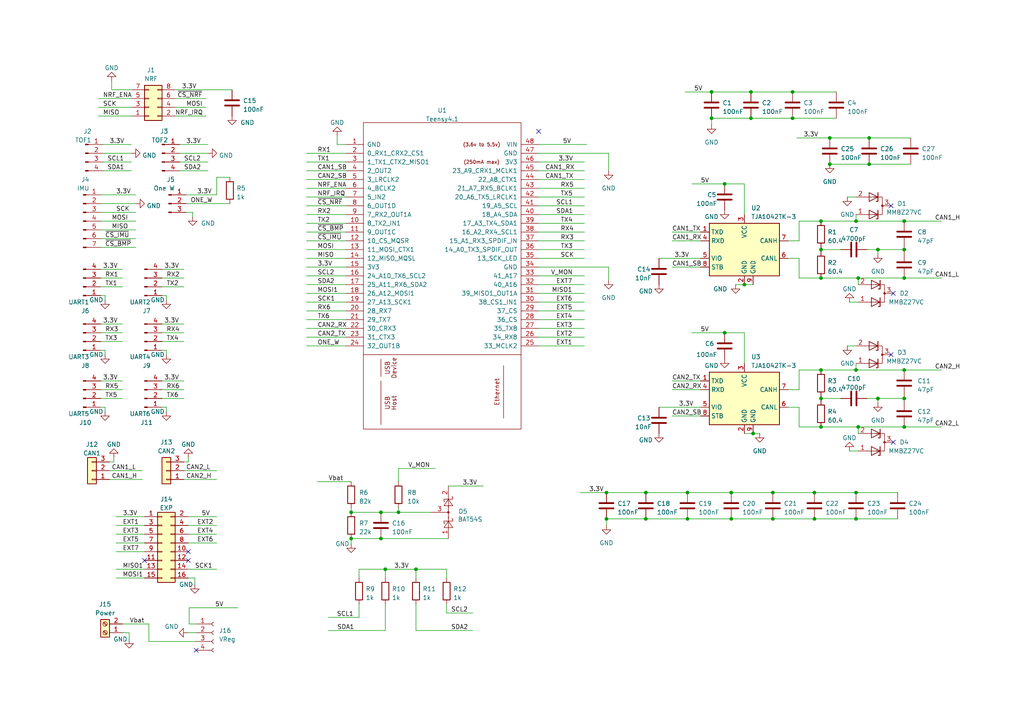
<source format=kicad_sch>
(kicad_sch (version 20220820) (generator eeschema)
  (paper "A4")
  (junction (at 238.125 107.315))
  (junction (at 238.125 123.825))
  (junction (at 187.325 142.875))
  (junction (at 206.375 34.29))
  (junction (at 215.9 82.55))
  (junction (at 240.665 47.625))
  (junction (at 120.65 165.1))
  (junction (at 175.895 142.875))
  (junction (at 218.44 125.73))
  (junction (at 111.76 165.1))
  (junction (at 229.87 26.67))
  (junction (at 252.095 40.005))
  (junction (at 262.255 107.315))
  (junction (at 115.57 148.59))
  (junction (at 262.255 115.57))
  (junction (at 212.09 150.495))
  (junction (at 248.285 107.315))
  (junction (at 262.255 64.135))
  (junction (at 240.665 40.005))
  (junction (at 238.125 64.135))
  (junction (at 224.155 150.495))
  (junction (at 262.255 123.825))
  (junction (at 224.155 142.875))
  (junction (at 101.854 156.21))
  (junction (at 248.285 64.135))
  (junction (at 236.22 150.495))
  (junction (at 236.22 142.875))
  (junction (at 217.805 34.29))
  (junction (at 210.185 96.52))
  (junction (at 238.125 80.645))
  (junction (at 110.49 148.59))
  (junction (at 110.49 156.21))
  (junction (at 212.09 142.875))
  (junction (at 262.255 80.645))
  (junction (at 229.87 34.29))
  (junction (at 254.635 115.57))
  (junction (at 199.39 150.495))
  (junction (at 252.095 47.625))
  (junction (at 254.635 72.39))
  (junction (at 210.185 53.34))
  (junction (at 101.854 148.59))
  (junction (at 187.325 150.495))
  (junction (at 199.39 142.875))
  (junction (at 238.125 72.39))
  (junction (at 206.375 26.67))
  (junction (at 217.805 26.67))
  (junction (at 248.285 150.495))
  (junction (at 248.92 123.825))
  (junction (at 175.895 150.495))
  (junction (at 248.92 80.645))
  (junction (at 262.255 72.39))
  (junction (at 238.125 115.57))
  (junction (at 248.285 142.875))
  (no_connect (at 41.91 162.56))
  (no_connect (at 54.61 162.56))
  (no_connect (at 258.445 102.87))
  (no_connect (at 259.08 128.27))
  (no_connect (at 259.08 85.09))
  (no_connect (at 258.445 59.69))
  (no_connect (at 54.61 160.02))
  (no_connect (at 156.21 38.1))
  (no_connect (at 56.896 188.595))
  (wire (pts (xy 46.99 113.03) (xy 53.34 113.03)))
  (wire (pts (xy 262.255 72.39) (xy 262.255 73.025)))
  (wire (pts (xy 238.125 72.39) (xy 243.84 72.39)))
  (wire (pts (xy 46.99 93.98) (xy 53.34 93.98)))
  (wire (pts (xy 46.99 115.57) (xy 53.34 115.57)))
  (wire (pts (xy 88.9 52.07) (xy 100.33 52.07)))
  (wire (pts (xy 198.755 26.67) (xy 206.375 26.67)))
  (wire (pts (xy 111.76 165.1) (xy 104.14 165.1)))
  (wire (pts (xy 29.21 115.57) (xy 35.56 115.57)))
  (wire (pts (xy 248.285 105.41) (xy 248.285 107.315)))
  (wire (pts (xy 215.9 105.41) (xy 215.9 96.52)))
  (wire (pts (xy 238.125 114.935) (xy 238.125 115.57)))
  (wire (pts (xy 101.854 147.32) (xy 101.854 148.59)))
  (wire (pts (xy 104.14 165.1) (xy 104.14 167.64)))
  (wire (pts (xy 53.975 59.055) (xy 66.675 59.055)))
  (wire (pts (xy 238.125 115.57) (xy 238.125 116.205)))
  (wire (pts (xy 29.21 56.515) (xy 39.37 56.515)))
  (wire (pts (xy 29.21 110.49) (xy 35.56 110.49)))
  (wire (pts (xy 194.945 77.47) (xy 203.2 77.47)))
  (wire (pts (xy 46.99 78.105) (xy 53.34 78.105)))
  (wire (pts (xy 30.48 101.6) (xy 29.21 101.6)))
  (wire (pts (xy 46.99 96.52) (xy 53.34 96.52)))
  (wire (pts (xy 156.21 59.69) (xy 169.545 59.69)))
  (wire (pts (xy 176.53 44.45) (xy 176.53 49.53)))
  (wire (pts (xy 46.99 80.645) (xy 53.34 80.645)))
  (wire (pts (xy 48.26 102.87) (xy 48.26 101.6)))
  (wire (pts (xy 236.22 150.495) (xy 248.285 150.495)))
  (wire (pts (xy 228.6 74.93) (xy 231.775 74.93)))
  (wire (pts (xy 215.9 82.55) (xy 218.44 82.55)))
  (wire (pts (xy 50.8 31.115) (xy 59.69 31.115)))
  (wire (pts (xy 248.92 123.825) (xy 262.255 123.825)))
  (wire (pts (xy 29.21 113.03) (xy 35.56 113.03)))
  (wire (pts (xy 29.845 49.53) (xy 38.1 49.53)))
  (wire (pts (xy 120.65 182.88) (xy 137.16 182.88)))
  (wire (pts (xy 245.745 57.15) (xy 248.285 57.15)))
  (wire (pts (xy 120.65 165.1) (xy 120.65 167.64)))
  (wire (pts (xy 254.635 115.57) (xy 254.635 116.84)))
  (wire (pts (xy 30.48 102.87) (xy 30.48 101.6)))
  (wire (pts (xy 231.775 74.93) (xy 231.775 80.645)))
  (wire (pts (xy 50.8 33.655) (xy 59.69 33.655)))
  (wire (pts (xy 254.635 72.39) (xy 262.255 72.39)))
  (wire (pts (xy 29.845 41.91) (xy 38.1 41.91)))
  (wire (pts (xy 248.285 62.23) (xy 248.285 64.135)))
  (wire (pts (xy 129.54 177.8) (xy 137.16 177.8)))
  (wire (pts (xy 29.21 96.52) (xy 35.56 96.52)))
  (wire (pts (xy 32.385 23.495) (xy 32.385 26.035)))
  (wire (pts (xy 218.44 125.73) (xy 220.345 125.73)))
  (wire (pts (xy 29.21 80.645) (xy 35.56 80.645)))
  (wire (pts (xy 43.18 186.055) (xy 43.18 180.975)))
  (wire (pts (xy 95.25 182.88) (xy 111.76 182.88)))
  (wire (pts (xy 156.21 64.77) (xy 169.545 64.77)))
  (wire (pts (xy 156.21 100.33) (xy 169.545 100.33)))
  (wire (pts (xy 248.285 107.315) (xy 262.255 107.315)))
  (wire (pts (xy 35.56 180.975) (xy 43.18 180.975)))
  (wire (pts (xy 194.945 69.85) (xy 203.2 69.85)))
  (wire (pts (xy 156.21 95.25) (xy 169.545 95.25)))
  (wire (pts (xy 31.75 136.525) (xy 41.275 136.525)))
  (wire (pts (xy 251.46 72.39) (xy 254.635 72.39)))
  (wire (pts (xy 31.75 139.065) (xy 41.275 139.065)))
  (wire (pts (xy 236.22 142.875) (xy 248.285 142.875)))
  (wire (pts (xy 29.21 99.06) (xy 35.56 99.06)))
  (wire (pts (xy 95.25 179.07) (xy 104.14 179.07)))
  (wire (pts (xy 217.805 34.29) (xy 229.87 34.29)))
  (wire (pts (xy 156.21 85.09) (xy 169.545 85.09)))
  (wire (pts (xy 246.38 87.63) (xy 248.92 87.63)))
  (wire (pts (xy 262.255 115.57) (xy 262.255 116.205)))
  (wire (pts (xy 52.07 44.45) (xy 60.325 44.45)))
  (wire (pts (xy 30.48 85.725) (xy 29.21 85.725)))
  (wire (pts (xy 231.775 107.315) (xy 238.125 107.315)))
  (wire (pts (xy 238.125 71.755) (xy 238.125 72.39)))
  (wire (pts (xy 231.14 40.005) (xy 240.665 40.005)))
  (wire (pts (xy 48.26 118.11) (xy 46.99 118.11)))
  (wire (pts (xy 228.6 69.85) (xy 231.775 69.85)))
  (wire (pts (xy 88.9 74.93) (xy 100.33 74.93)))
  (wire (pts (xy 56.515 169.545) (xy 56.515 167.64)))
  (wire (pts (xy 231.775 118.11) (xy 231.775 123.825)))
  (wire (pts (xy 231.775 80.645) (xy 238.125 80.645)))
  (wire (pts (xy 213.36 82.55) (xy 215.9 82.55)))
  (wire (pts (xy 66.675 51.435) (xy 62.865 51.435)))
  (wire (pts (xy 238.125 72.39) (xy 238.125 73.025)))
  (wire (pts (xy 52.07 49.53) (xy 60.325 49.53)))
  (wire (pts (xy 175.895 150.495) (xy 175.895 152.4)))
  (wire (pts (xy 88.9 67.31) (xy 100.33 67.31)))
  (wire (pts (xy 156.21 54.61) (xy 169.545 54.61)))
  (wire (pts (xy 130.048 140.97) (xy 140.208 140.97)))
  (wire (pts (xy 215.9 62.23) (xy 215.9 53.34)))
  (wire (pts (xy 228.6 118.11) (xy 231.775 118.11)))
  (wire (pts (xy 262.255 107.315) (xy 273.05 107.315)))
  (wire (pts (xy 206.375 26.67) (xy 217.805 26.67)))
  (wire (pts (xy 88.9 46.99) (xy 100.33 46.99)))
  (wire (pts (xy 212.09 150.495) (xy 224.155 150.495)))
  (wire (pts (xy 29.21 66.675) (xy 39.37 66.675)))
  (wire (pts (xy 215.9 125.73) (xy 218.44 125.73)))
  (wire (pts (xy 262.255 123.825) (xy 273.05 123.825)))
  (wire (pts (xy 30.48 119.38) (xy 30.48 118.11)))
  (wire (pts (xy 88.9 87.63) (xy 100.33 87.63)))
  (wire (pts (xy 54.61 157.48) (xy 62.865 157.48)))
  (wire (pts (xy 30.48 86.995) (xy 30.48 85.725)))
  (wire (pts (xy 252.095 47.625) (xy 264.16 47.625)))
  (wire (pts (xy 229.87 34.29) (xy 242.57 34.29)))
  (wire (pts (xy 248.285 142.875) (xy 260.35 142.875)))
  (wire (pts (xy 33.655 152.4) (xy 41.91 152.4)))
  (wire (pts (xy 231.775 123.825) (xy 238.125 123.825)))
  (wire (pts (xy 156.21 41.91) (xy 170.18 41.91)))
  (wire (pts (xy 33.655 165.1) (xy 41.91 165.1)))
  (wire (pts (xy 104.14 175.26) (xy 104.14 179.07)))
  (wire (pts (xy 88.9 54.61) (xy 100.33 54.61)))
  (wire (pts (xy 129.54 175.26) (xy 129.54 177.8)))
  (wire (pts (xy 240.665 40.005) (xy 252.095 40.005)))
  (wire (pts (xy 156.21 44.45) (xy 176.53 44.45)))
  (wire (pts (xy 56.896 180.975) (xy 54.864 180.975)))
  (wire (pts (xy 50.8 28.575) (xy 59.69 28.575)))
  (wire (pts (xy 246.38 130.81) (xy 248.92 130.81)))
  (wire (pts (xy 30.48 118.11) (xy 29.21 118.11)))
  (wire (pts (xy 156.21 87.63) (xy 169.545 87.63)))
  (wire (pts (xy 251.46 115.57) (xy 254.635 115.57)))
  (wire (pts (xy 37.465 183.515) (xy 35.56 183.515)))
  (wire (pts (xy 254.635 72.39) (xy 254.635 73.66)))
  (wire (pts (xy 29.21 71.755) (xy 39.37 71.755)))
  (wire (pts (xy 88.9 77.47) (xy 100.33 77.47)))
  (wire (pts (xy 115.57 135.89) (xy 126.238 135.89)))
  (wire (pts (xy 88.9 44.45) (xy 100.33 44.45)))
  (wire (pts (xy 46.99 110.49) (xy 53.34 110.49)))
  (wire (pts (xy 206.375 34.29) (xy 206.375 36.195)))
  (wire (pts (xy 254.635 115.57) (xy 262.255 115.57)))
  (wire (pts (xy 33.655 157.48) (xy 41.91 157.48)))
  (wire (pts (xy 224.155 142.875) (xy 236.22 142.875)))
  (wire (pts (xy 101.854 148.59) (xy 110.49 148.59)))
  (wire (pts (xy 187.325 142.875) (xy 199.39 142.875)))
  (wire (pts (xy 248.285 64.135) (xy 262.255 64.135)))
  (wire (pts (xy 156.21 77.47) (xy 176.53 77.47)))
  (wire (pts (xy 100.33 41.91) (xy 97.79 41.91)))
  (wire (pts (xy 200.66 53.34) (xy 210.185 53.34)))
  (wire (pts (xy 56.515 167.64) (xy 54.61 167.64)))
  (wire (pts (xy 52.07 46.99) (xy 60.325 46.99)))
  (wire (pts (xy 262.255 114.935) (xy 262.255 115.57)))
  (wire (pts (xy 29.845 44.45) (xy 38.1 44.45)))
  (wire (pts (xy 100.33 100.33) (xy 88.9 100.33)))
  (wire (pts (xy 33.655 167.64) (xy 41.91 167.64)))
  (wire (pts (xy 28.575 31.115) (xy 38.1 31.115)))
  (wire (pts (xy 54.61 152.4) (xy 62.865 152.4)))
  (wire (pts (xy 62.865 51.435) (xy 62.865 56.515)))
  (wire (pts (xy 28.575 28.575) (xy 38.1 28.575)))
  (wire (pts (xy 111.76 165.1) (xy 111.76 167.64)))
  (wire (pts (xy 48.26 85.725) (xy 46.99 85.725)))
  (wire (pts (xy 210.185 53.34) (xy 215.9 53.34)))
  (wire (pts (xy 191.135 118.11) (xy 203.2 118.11)))
  (wire (pts (xy 56.896 186.055) (xy 43.18 186.055)))
  (wire (pts (xy 88.9 80.01) (xy 100.33 80.01)))
  (wire (pts (xy 88.9 72.39) (xy 100.33 72.39)))
  (wire (pts (xy 33.655 154.94) (xy 41.91 154.94)))
  (wire (pts (xy 53.34 139.065) (xy 62.865 139.065)))
  (wire (pts (xy 54.864 176.276) (xy 68.961 176.276)))
  (wire (pts (xy 175.895 150.495) (xy 187.325 150.495)))
  (wire (pts (xy 248.92 80.645) (xy 262.255 80.645)))
  (wire (pts (xy 129.54 167.64) (xy 129.54 165.1)))
  (wire (pts (xy 88.9 97.79) (xy 100.33 97.79)))
  (wire (pts (xy 52.07 41.91) (xy 60.325 41.91)))
  (wire (pts (xy 156.21 80.01) (xy 169.545 80.01)))
  (wire (pts (xy 88.9 62.23) (xy 100.33 62.23)))
  (wire (pts (xy 187.325 150.495) (xy 199.39 150.495)))
  (wire (pts (xy 88.9 49.53) (xy 100.33 49.53)))
  (wire (pts (xy 54.61 133.985) (xy 53.34 133.985)))
  (wire (pts (xy 97.79 41.91) (xy 97.79 39.37)))
  (wire (pts (xy 88.9 85.09) (xy 100.33 85.09)))
  (wire (pts (xy 206.375 34.29) (xy 217.805 34.29)))
  (wire (pts (xy 38.1 26.035) (xy 32.385 26.035)))
  (wire (pts (xy 115.57 147.32) (xy 115.57 148.59)))
  (wire (pts (xy 29.21 78.105) (xy 35.56 78.105)))
  (wire (pts (xy 120.65 175.26) (xy 120.65 182.88)))
  (wire (pts (xy 101.854 156.21) (xy 110.49 156.21)))
  (wire (pts (xy 54.61 132.715) (xy 54.61 133.985)))
  (wire (pts (xy 88.9 95.25) (xy 100.33 95.25)))
  (wire (pts (xy 238.125 80.645) (xy 248.92 80.645)))
  (wire (pts (xy 156.21 92.71) (xy 169.545 92.71)))
  (wire (pts (xy 53.34 136.525) (xy 62.865 136.525)))
  (wire (pts (xy 156.21 49.53) (xy 169.545 49.53)))
  (wire (pts (xy 238.125 107.315) (xy 248.285 107.315)))
  (wire (pts (xy 191.135 74.93) (xy 203.2 74.93)))
  (wire (pts (xy 29.21 93.98) (xy 35.56 93.98)))
  (wire (pts (xy 176.53 77.47) (xy 176.53 81.28)))
  (wire (pts (xy 231.775 69.85) (xy 231.775 64.135)))
  (wire (pts (xy 33.02 132.715) (xy 33.02 133.985)))
  (wire (pts (xy 46.99 83.185) (xy 53.34 83.185)))
  (wire (pts (xy 200.66 96.52) (xy 210.185 96.52)))
  (wire (pts (xy 88.9 57.15) (xy 100.33 57.15)))
  (wire (pts (xy 48.26 101.6) (xy 46.99 101.6)))
  (wire (pts (xy 88.9 90.17) (xy 100.33 90.17)))
  (wire (pts (xy 115.57 139.7) (xy 115.57 135.89)))
  (wire (pts (xy 33.655 160.02) (xy 41.91 160.02)))
  (wire (pts (xy 88.9 69.85) (xy 100.33 69.85)))
  (wire (pts (xy 248.285 150.495) (xy 260.35 150.495)))
  (wire (pts (xy 28.575 33.655) (xy 38.1 33.655)))
  (wire (pts (xy 120.65 165.1) (xy 111.76 165.1)))
  (wire (pts (xy 156.21 97.79) (xy 169.545 97.79)))
  (wire (pts (xy 54.61 154.94) (xy 62.865 154.94)))
  (wire (pts (xy 156.21 69.85) (xy 169.545 69.85)))
  (wire (pts (xy 238.125 123.825) (xy 248.92 123.825)))
  (wire (pts (xy 212.09 142.875) (xy 224.155 142.875)))
  (wire (pts (xy 248.92 123.825) (xy 248.92 125.73)))
  (wire (pts (xy 156.21 46.99) (xy 169.545 46.99)))
  (wire (pts (xy 33.655 149.86) (xy 41.91 149.86)))
  (wire (pts (xy 110.49 148.59) (xy 115.57 148.59)))
  (wire (pts (xy 29.21 69.215) (xy 39.37 69.215)))
  (wire (pts (xy 50.8 26.035) (xy 67.31 26.035)))
  (wire (pts (xy 194.945 113.03) (xy 203.2 113.03)))
  (wire (pts (xy 217.805 26.67) (xy 229.87 26.67)))
  (wire (pts (xy 55.88 62.865) (xy 55.88 61.595)))
  (wire (pts (xy 228.6 113.03) (xy 231.775 113.03)))
  (wire (pts (xy 88.9 92.71) (xy 100.33 92.71)))
  (wire (pts (xy 262.255 71.755) (xy 262.255 72.39)))
  (wire (pts (xy 224.155 150.495) (xy 236.22 150.495)))
  (wire (pts (xy 156.21 67.31) (xy 169.545 67.31)))
  (wire (pts (xy 37.465 185.42) (xy 37.465 183.515)))
  (wire (pts (xy 245.745 100.33) (xy 248.285 100.33)))
  (wire (pts (xy 248.92 80.645) (xy 248.92 82.55)))
  (wire (pts (xy 33.02 133.985) (xy 31.75 133.985)))
  (wire (pts (xy 156.21 52.07) (xy 169.545 52.07)))
  (wire (pts (xy 88.9 59.69) (xy 100.33 59.69)))
  (wire (pts (xy 29.21 83.185) (xy 35.56 83.185)))
  (wire (pts (xy 231.775 64.135) (xy 238.125 64.135)))
  (wire (pts (xy 54.864 180.975) (xy 54.864 176.276)))
  (wire (pts (xy 129.54 165.1) (xy 120.65 165.1)))
  (wire (pts (xy 46.99 99.06) (xy 53.34 99.06)))
  (wire (pts (xy 110.49 156.21) (xy 130.048 156.21)))
  (wire (pts (xy 54.61 165.1) (xy 62.865 165.1)))
  (wire (pts (xy 54.483 183.515) (xy 56.896 183.515)))
  (wire (pts (xy 156.21 82.55) (xy 169.545 82.55)))
  (wire (pts (xy 262.255 64.135) (xy 273.05 64.135)))
  (wire (pts (xy 262.255 80.645) (xy 273.05 80.645)))
  (wire (pts (xy 111.76 175.26) (xy 111.76 182.88)))
  (wire (pts (xy 199.39 142.875) (xy 212.09 142.875)))
  (wire (pts (xy 168.275 142.875) (xy 175.895 142.875)))
  (wire (pts (xy 252.095 40.005) (xy 264.16 40.005)))
  (wire (pts (xy 29.21 59.055) (xy 39.37 59.055)))
  (wire (pts (xy 88.9 64.77) (xy 100.33 64.77)))
  (wire (pts (xy 156.21 90.17) (xy 169.545 90.17)))
  (wire (pts (xy 240.665 47.625) (xy 252.095 47.625)))
  (wire (pts (xy 229.87 26.67) (xy 242.57 26.67)))
  (wire (pts (xy 115.57 148.59) (xy 124.968 148.59)))
  (wire (pts (xy 29.21 61.595) (xy 39.37 61.595)))
  (wire (pts (xy 194.945 120.65) (xy 203.2 120.65)))
  (wire (pts (xy 231.775 113.03) (xy 231.775 107.315)))
  (wire (pts (xy 53.975 56.515) (xy 62.865 56.515)))
  (wire (pts (xy 210.185 96.52) (xy 215.9 96.52)))
  (wire (pts (xy 29.21 64.135) (xy 39.37 64.135)))
  (wire (pts (xy 54.61 149.86) (xy 62.865 149.86)))
  (wire (pts (xy 48.26 119.38) (xy 48.26 118.11)))
  (wire (pts (xy 156.21 72.39) (xy 169.545 72.39)))
  (wire (pts (xy 194.945 110.49) (xy 203.2 110.49)))
  (wire (pts (xy 175.895 142.875) (xy 187.325 142.875)))
  (wire (pts (xy 194.945 67.31) (xy 203.2 67.31)))
  (wire (pts (xy 238.125 64.135) (xy 248.285 64.135)))
  (wire (pts (xy 48.26 86.995) (xy 48.26 85.725)))
  (wire (pts (xy 156.21 74.93) (xy 169.545 74.93)))
  (wire (pts (xy 156.21 62.23) (xy 169.545 62.23)))
  (wire (pts (xy 88.9 82.55) (xy 100.33 82.55)))
  (wire (pts (xy 53.975 61.595) (xy 55.88 61.595)))
  (wire (pts (xy 29.845 46.99) (xy 38.1 46.99)))
  (wire (pts (xy 91.948 139.7) (xy 101.854 139.7)))
  (wire (pts (xy 156.21 57.15) (xy 169.545 57.15)))
  (wire (pts (xy 199.39 150.495) (xy 212.09 150.495)))
  (wire (pts (xy 238.125 115.57) (xy 243.84 115.57)))
  (wire (pts (xy 101.854 156.21) (xy 101.854 157.734)))
  (label "CAN1_H" (at 271.145 64.135 0))
  (label "~{CS_BMP}" (at 92.075 67.31 0))
  (label "5V" (at 203.2 53.34 0))
  (label "RX5" (at 30.48 113.03 0))
  (label "TX5" (at 30.48 115.57 0))
  (label "5V" (at 203.1515 96.52 0))
  (label "SCK" (at 33.655 61.595 0))
  (label "CAN2_L" (at 271.145 123.825 0))
  (label "3.3V" (at 52.705 26.035 0))
  (label "~{CS_IMU}" (at 30.48 69.215 0))
  (label "~{CS_IMU}" (at 92.075 69.85 0))
  (label "3.3V" (at 161.925 46.99 0))
  (label "SCL2" (at 92.075 80.01 0))
  (label "3.3V" (at 134.112 140.97 0))
  (label "SDA1" (at 31.115 49.53 0))
  (label "CAN1_L" (at 32.385 136.525 0))
  (label "RX4" (at 162.56 67.31 0))
  (label "TX3" (at 30.48 99.06 0))
  (label "EXT2" (at 57.15 152.4 0))
  (label "3.3V" (at 47.625 110.49 0))
  (label "CAN1_SB" (at 92.075 49.53 0))
  (label "SCK1" (at 56.515 165.1 0))
  (label "CAN2_TX" (at 194.945 110.49 0))
  (label "TX2" (at 48.26 83.185 0))
  (label "RX5" (at 162.56 54.61 0))
  (label "3.3V" (at 47.625 78.105 0))
  (label "TX2" (at 92.075 64.77 0))
  (label "CAN2_SB" (at 194.945 120.65 0))
  (label "CAN2_H" (at 53.975 139.065 0))
  (label "RX3" (at 162.56 69.85 0))
  (label "3.3V" (at 29.845 78.105 0))
  (label "EXT3" (at 161.29 95.25 0))
  (label "3.3V" (at 31.75 41.91 0))
  (label "CAN2_H" (at 271.145 107.315 0))
  (label "CAN1_TX" (at 158.115 52.07 0))
  (label "RX6" (at 48.26 113.03 0))
  (label "SDA1" (at 97.79 182.88 0))
  (label "5V" (at 163.195 41.91 0))
  (label "RX6" (at 92.075 90.17 0))
  (label "CAN1_RX" (at 158.115 49.53 0))
  (label "RX4" (at 48.26 96.52 0))
  (label "EXT4" (at 57.15 154.94 0))
  (label "TX3" (at 162.56 72.39 0))
  (label "RX3" (at 30.48 96.52 0))
  (label "EXT7" (at 35.56 160.02 0))
  (label "TX5" (at 162.56 57.15 0))
  (label "EXT1" (at 161.29 100.33 0))
  (label "RX1" (at 92.075 44.45 0))
  (label "MISO" (at 92.075 74.93 0))
  (label "EXT1" (at 35.56 152.4 0))
  (label "TX1" (at 92.075 46.99 0))
  (label "3.3V" (at 47.625 93.98 0))
  (label "SCK" (at 29.845 31.115 0))
  (label "SDA2" (at 53.34 49.53 0))
  (label "CAN1_SB" (at 194.945 77.47 0))
  (label "CAN2_RX" (at 194.945 113.03 0))
  (label "Vbat" (at 37.592 180.975 0))
  (label "SCL2" (at 53.34 46.99 0))
  (label "EXT5" (at 161.29 90.17 0))
  (label "MOSI1" (at 35.56 167.64 0))
  (label "MISO" (at 32.385 66.675 0))
  (label "CAN1_TX" (at 194.945 67.31 0))
  (label "V_MON" (at 159.766 80.01 0))
  (label "MISO" (at 29.845 33.655 0))
  (label "TX1" (at 30.48 83.185 0))
  (label "CAN1_L" (at 271.145 80.645 0))
  (label "TX4" (at 48.26 99.06 0))
  (label "~{CS_BMP}" (at 30.48 71.755 0))
  (label "3.3V" (at 29.845 110.49 0))
  (label "CAN2_SB" (at 92.075 52.07 0))
  (label "ONE_W" (at 55.245 59.055 0))
  (label "EXT2" (at 161.29 97.79 0))
  (label "RX1" (at 30.48 80.645 0))
  (label "5V" (at 62.357 176.276 0))
  (label "CAN1_H" (at 32.385 139.065 0))
  (label "CAN2_RX" (at 92.075 95.25 0))
  (label "CAN1_RX" (at 194.945 69.85 0))
  (label "TX4" (at 162.56 64.77 0))
  (label "ONE_W" (at 92.075 100.33 0))
  (label "3.3V" (at 33.655 56.515 0))
  (label "SDA2" (at 130.81 182.88 0))
  (label "EXT4" (at 161.29 92.71 0))
  (label "NRF_ENA" (at 29.845 28.575 0))
  (label "3.3V" (at 29.845 93.98 0))
  (label "SCL1" (at 97.663 179.07 0))
  (label "3.3V" (at 196.85 118.11 0))
  (label "MISO1" (at 160.02 85.09 0))
  (label "3.3V" (at 195.58 74.93 0))
  (label "EXT3" (at 35.56 154.94 0))
  (label "3.3V" (at 92.075 77.47 0))
  (label "RX2" (at 48.26 80.645 0))
  (label "~{CS_NRF}" (at 51.435 28.575 0))
  (label "NRF_IRQ" (at 92.075 57.15 0))
  (label "SDA1" (at 161.29 62.23 0))
  (label "Vbat" (at 95.25 139.7 0))
  (label "EXT6" (at 57.15 157.48 0))
  (label "MOSI" (at 32.385 64.135 0))
  (label "CAN2_L" (at 53.975 136.525 0))
  (label "~{CS_NRF}" (at 92.075 59.69 0))
  (label "MISO1" (at 35.56 165.1 0))
  (label "3.3V" (at 170.815 142.875 0))
  (label "CAN2_TX" (at 92.075 97.79 0))
  (label "3.3V" (at 35.56 149.86 0))
  (label "3.3V" (at 53.975 41.91 0))
  (label "3.3V" (at 233.045 40.005 0))
  (label "SCL2" (at 130.81 177.8 0))
  (label "MOSI" (at 53.975 31.115 0))
  (label "EXT7" (at 161.29 82.55 0))
  (label "3.3V" (at 57.15 56.515 0))
  (label "RX2" (at 92.075 62.23 0))
  (label "TX6" (at 92.075 92.71 0))
  (label "EXT5" (at 35.56 157.48 0))
  (label "TX6" (at 48.26 115.57 0))
  (label "NRF_IRQ" (at 50.8 33.655 0))
  (label "SCL1" (at 31.115 46.99 0))
  (label "MOSI1" (at 92.075 85.09 0))
  (label "SDA2" (at 92.075 82.55 0))
  (label "SCK" (at 162.56 74.93 0))
  (label "3.3V" (at 114.3 165.1 0))
  (label "MOSI" (at 92.075 72.39 0))
  (label "NRF_ENA" (at 92.075 54.61 0))
  (label "SCK1" (at 92.075 87.63 0))
  (label "5V" (at 201.295 26.67 0))
  (label "V_MON" (at 118.364 135.89 0))
  (label "EXT6" (at 161.29 87.63 0))
  (label "5V" (at 58.42 149.86 0))
  (label "SCL1" (at 161.29 59.69 0))
  (symbol (lib_id "Device:C") (at 264.16 43.815 0) (unit 1)
    (default_instance (reference "C") (unit 1) (value "C") (footprint ""))
    (property "Reference" "C27" (at 267.335 43.18 0) (effects (justify left)))
    (property "Value" "100nF" (at 267.335 45.72 0) (effects (justify left)))
    (property "Footprint" "Capacitor_SMD:C_0603_1608Metric" (effects hide))
    (property "JLC Part #" "C14663" (effects hide))
  )
  (symbol (lib_id "Device:C") (at 210.185 57.15 0) (unit 1)
    (default_instance (reference "C") (unit 1) (value "C") (footprint ""))
    (property "Reference" "C5" (at 205.105 56.515 0) (effects (justify left)))
    (property "Value" "100nF" (at 201.93 59.055 0) (effects (justify left)))
    (property "Footprint" "Capacitor_SMD:C_0603_1608Metric" (effects hide))
    (property "JLC Part #" "C14663" (effects hide))
  )
  (symbol (lib_id "power:GND") (at 191.135 125.73 0) (unit 1)
    (default_instance (reference "#PWR") (unit 1) (value "GND") (footprint ""))
    (property "Reference" "#PWR0109" (effects hide))
    (property "Value" "GND" (at 187.325 127.635 0))
  )
  (symbol (lib_id "power:GND") (at 32.385 23.495 180) (unit 1)
    (default_instance (reference "#PWR") (unit 1) (value "GND") (footprint ""))
    (property "Reference" "#PWR0115" (effects hide))
    (property "Value" "GND" (at 32.385 19.685 0))
  )
  (symbol (lib_id "Device:R") (at 104.14 171.45 0) (unit 1)
    (default_instance (reference "R") (unit 1) (value "R") (footprint ""))
    (property "Reference" "R9" (at 106.045 170.815 0) (effects (justify left)))
    (property "Value" "1k" (at 106.045 173.355 0) (effects (justify left)))
    (property "Footprint" "Resistor_SMD:R_0603_1608Metric" (effects hide))
    (property "JLC Part #" "C21190" (effects hide))
  )
  (symbol (lib_id "power:GND") (at 191.135 82.55 0) (unit 1)
    (default_instance (reference "#PWR") (unit 1) (value "GND") (footprint ""))
    (property "Reference" "#PWR0113" (effects hide))
    (property "Value" "GND" (at 187.325 84.455 0))
  )
  (symbol (lib_id "power:GND") (at 246.38 87.63 180) (unit 1)
    (default_instance (reference "#PWR") (unit 1) (value "GND") (footprint ""))
    (property "Reference" "#PWR0105" (effects hide))
    (property "Value" "GND" (at 246.38 83.82 0))
  )
  (symbol (lib_id "Device:C") (at 229.87 30.48 0) (unit 1)
    (default_instance (reference "C") (unit 1) (value "C") (footprint ""))
    (property "Reference" "C3" (at 233.045 29.845 0) (effects (justify left)))
    (property "Value" "100nF" (at 233.045 32.385 0) (effects (justify left)))
    (property "Footprint" "Capacitor_SMD:C_0603_1608Metric" (effects hide))
    (property "JLC Part #" "C14663" (effects hide))
  )
  (symbol (lib_id "Device:C") (at 236.22 146.685 0) (unit 1)
    (default_instance (reference "C") (unit 1) (value "C") (footprint ""))
    (property "Reference" "C22" (at 239.395 146.05 0) (effects (justify left)))
    (property "Value" "100nF" (at 239.395 148.59 0) (effects (justify left)))
    (property "Footprint" "Capacitor_SMD:C_0603_1608Metric" (effects hide))
    (property "JLC Part #" "C14663" (effects hide))
  )
  (symbol (lib_id "power:GND") (at 30.48 86.995 0) (unit 1)
    (default_instance (reference "#PWR") (unit 1) (value "GND") (footprint ""))
    (property "Reference" "#PWR0121" (effects hide))
    (property "Value" "GND" (at 27.94 86.995 0))
  )
  (symbol (lib_id "ESD:MMBZxxVC") (at 253.365 102.87 90) (unit 1)
    (default_instance (reference "D") (unit 1) (value "MMBZxxVC") (footprint "Package_TO_SOT_SMD:SOT-23"))
    (property "Reference" "D3" (at 261.62 102.235 90))
    (property "Value" "MMBZ27VC" (at 262.255 104.775 90))
    (property "Footprint" "Package_TO_SOT_SMD:SOT-23" (effects hide))
    (property "Datasheet" "http://www.onsemi.com/pub/Collateral/MMBZ5V6ALT1-D.PDF" (effects hide))
    (property "JLC Part #" "C970026" (effects hide))
  )
  (symbol (lib_id "Diode:BAT54S") (at 130.048 148.59 270) (mirror x) (unit 1)
    (default_instance (reference "D") (unit 1) (value "BAT54S") (footprint "Package_TO_SOT_SMD:SOT-23"))
    (property "Reference" "D5" (at 135.636 148.336 90) (effects (justify right)))
    (property "Value" "BAT54S" (at 139.954 150.622 90) (effects (justify right)))
    (property "Footprint" "Package_TO_SOT_SMD:SOT-23" (effects hide))
    (property "Datasheet" "https://www.diodes.com/assets/Datasheets/ds11005.pdf" (effects hide))
    (property "JLC Part #" "C181201" (effects hide))
  )
  (symbol (lib_id "Device:C") (at 212.09 146.685 0) (unit 1)
    (default_instance (reference "C") (unit 1) (value "C") (footprint ""))
    (property "Reference" "C20" (at 215.265 146.05 0) (effects (justify left)))
    (property "Value" "100nF" (at 215.265 148.59 0) (effects (justify left)))
    (property "Footprint" "Capacitor_SMD:C_0603_1608Metric" (effects hide))
    (property "JLC Part #" "C14663" (effects hide))
  )
  (symbol (lib_id "power:GND") (at 56.515 169.545 0) (unit 1)
    (default_instance (reference "#PWR") (unit 1) (value "GND") (footprint ""))
    (property "Reference" "#PWR0114" (effects hide))
    (property "Value" "GND" (at 53.975 169.545 0))
  )
  (symbol (lib_id "Device:C") (at 199.39 146.685 0) (unit 1)
    (default_instance (reference "C") (unit 1) (value "C") (footprint ""))
    (property "Reference" "C19" (at 202.565 146.05 0) (effects (justify left)))
    (property "Value" "100nF" (at 202.565 148.59 0) (effects (justify left)))
    (property "Footprint" "Capacitor_SMD:C_0603_1608Metric" (effects hide))
    (property "JLC Part #" "C14663" (effects hide))
  )
  (symbol (lib_id "power:GND") (at 245.745 100.33 0) (unit 1)
    (default_instance (reference "#PWR") (unit 1) (value "GND") (footprint ""))
    (property "Reference" "#PWR0110" (effects hide))
    (property "Value" "GND" (at 245.745 105.41 0))
  )
  (symbol (lib_id "Connector:Conn_01x07_Male") (at 24.13 64.135 0) (unit 1)
    (default_instance (reference "J") (unit 1) (value "Conn_01x07_Male") (footprint ""))
    (property "Reference" "J4" (at 24.765 52.07 0))
    (property "Value" "IMU" (at 24.13 54.61 0))
    (property "Footprint" "Connector_JST:JST_EH_S7B-EH_1x07_P2.50mm_Horizontal" (effects hide))
    (property "JLC Part #" "C48518" (effects hide))
  )
  (symbol (lib_id "power:GND") (at 210.185 60.96 0) (unit 1)
    (default_instance (reference "#PWR") (unit 1) (value "GND") (footprint ""))
    (property "Reference" "#PWR0102" (effects hide))
    (property "Value" "GND" (at 206.375 62.865 0))
  )
  (symbol (lib_id "Device:R") (at 111.76 171.45 0) (unit 1)
    (default_instance (reference "R") (unit 1) (value "R") (footprint ""))
    (property "Reference" "R10" (at 113.665 170.815 0) (effects (justify left)))
    (property "Value" "1k" (at 113.665 173.355 0) (effects (justify left)))
    (property "Footprint" "Resistor_SMD:R_0603_1608Metric" (effects hide))
    (property "JLC Part #" "C21190" (effects hide))
  )
  (symbol (lib_id "Connector:Conn_01x03_Male") (at 48.895 59.055 0) (unit 1)
    (default_instance (reference "J") (unit 1) (value "Conn_01x03_Male") (footprint ""))
    (property "Reference" "J5" (at 49.53 52.07 0))
    (property "Value" "One W" (at 47.625 54.61 0))
    (property "Footprint" "Connector_JST:JST_EH_S3B-EH_1x03_P2.50mm_Horizontal" (effects hide))
    (property "JLC Part #" "C18428" (effects hide))
  )
  (symbol (lib_id "power:GND") (at 246.38 130.81 180) (unit 1)
    (default_instance (reference "#PWR") (unit 1) (value "GND") (footprint ""))
    (property "Reference" "#PWR0104" (effects hide))
    (property "Value" "GND" (at 246.38 127 0))
  )
  (symbol (lib_id "Device:C") (at 252.095 43.815 0) (unit 1)
    (default_instance (reference "C") (unit 1) (value "C") (footprint ""))
    (property "Reference" "C26" (at 255.27 43.18 0) (effects (justify left)))
    (property "Value" "100nF" (at 255.27 45.72 0) (effects (justify left)))
    (property "Footprint" "Capacitor_SMD:C_0603_1608Metric" (effects hide))
    (property "JLC Part #" "C14663" (effects hide))
  )
  (symbol (lib_id "power:GND") (at 213.36 82.55 0) (unit 1)
    (default_instance (reference "#PWR") (unit 1) (value "GND") (footprint ""))
    (property "Reference" "#PWR0112" (effects hide))
    (property "Value" "GND" (at 208.915 83.82 0))
  )
  (symbol (lib_id "Device:C") (at 262.255 120.015 0) (unit 1)
    (default_instance (reference "C") (unit 1) (value "C") (footprint ""))
    (property "Reference" "C12" (at 266.065 119.38 0) (effects (justify left)))
    (property "Value" "47pF" (at 266.065 121.92 0) (effects (justify left)))
    (property "Footprint" "Capacitor_SMD:C_0603_1608Metric" (effects hide))
    (property "JLC Part #" "C1671" (effects hide))
  )
  (symbol (lib_id "Device:C") (at 224.155 146.685 0) (unit 1)
    (default_instance (reference "C") (unit 1) (value "C") (footprint ""))
    (property "Reference" "C21" (at 227.33 146.05 0) (effects (justify left)))
    (property "Value" "100nF" (at 227.33 148.59 0) (effects (justify left)))
    (property "Footprint" "Capacitor_SMD:C_0603_1608Metric" (effects hide))
    (property "JLC Part #" "C14663" (effects hide))
  )
  (symbol (lib_id "Device:R") (at 101.854 143.51 0) (unit 1)
    (default_instance (reference "R") (unit 1) (value "R") (footprint ""))
    (property "Reference" "R6" (at 104.14 142.875 0) (effects (justify left)))
    (property "Value" "82k" (at 104.14 145.415 0) (effects (justify left)))
    (property "Footprint" "Resistor_SMD:R_0603_1608Metric" (effects hide))
    (property "JLC Part #" "C23254" (effects hide))
  )
  (symbol (lib_id "ESD:MMBZxxVC") (at 254 85.09 90) (unit 1)
    (default_instance (reference "D") (unit 1) (value "MMBZxxVC") (footprint "Package_TO_SOT_SMD:SOT-23"))
    (property "Reference" "D2" (at 262.255 85.09 90))
    (property "Value" "MMBZ27VC" (at 262.89 87.63 90))
    (property "Footprint" "Package_TO_SOT_SMD:SOT-23" (effects hide))
    (property "Datasheet" "http://www.onsemi.com/pub/Collateral/MMBZ5V6ALT1-D.PDF" (effects hide))
    (property "JLC Part #" "C970026" (effects hide))
  )
  (symbol (lib_id "power:GND") (at 54.483 183.515 270) (unit 1)
    (default_instance (reference "#PWR") (unit 1) (value "GND") (footprint ""))
    (property "Reference" "#PWR0133" (effects hide))
    (property "Value" "GND" (at 49.784 181.737 90))
  )
  (symbol (lib_id "power:GND") (at 48.26 86.995 0) (unit 1)
    (default_instance (reference "#PWR") (unit 1) (value "GND") (footprint ""))
    (property "Reference" "#PWR0122" (effects hide))
    (property "Value" "GND" (at 45.72 86.995 0))
  )
  (symbol (lib_id "power:GND") (at 33.02 132.715 180) (unit 1)
    (default_instance (reference "#PWR") (unit 1) (value "GND") (footprint ""))
    (property "Reference" "#PWR0128" (effects hide))
    (property "Value" "GND" (at 33.02 128.905 0))
  )
  (symbol (lib_id "power:GND") (at 101.854 157.734 0) (unit 1)
    (default_instance (reference "#PWR") (unit 1) (value "GND") (footprint ""))
    (property "Reference" "#PWR0129" (effects hide))
    (property "Value" "GND" (at 99.314 157.734 0))
  )
  (symbol (lib_id "power:GND") (at 254.635 73.66 0) (unit 1)
    (default_instance (reference "#PWR") (unit 1) (value "GND") (footprint ""))
    (property "Reference" "#PWR0106" (effects hide))
    (property "Value" "GND" (at 254.635 78.74 0))
  )
  (symbol (lib_id "Connector:Conn_01x04_Male") (at 41.91 115.57 0) (mirror x) (unit 1)
    (default_instance (reference "J") (unit 1) (value "Conn_01x04_Male") (footprint ""))
    (property "Reference" "J11" (at 42.545 122.555 0))
    (property "Value" "UART6" (at 40.64 120.015 0))
    (property "Footprint" "Connector_JST:JST_EH_S4B-EH_1x04_P2.50mm_Horizontal" (effects hide))
    (property "JLC Part #" "C21273" (effects hide))
  )
  (symbol (lib_id "Device:R") (at 120.65 171.45 0) (unit 1)
    (default_instance (reference "R") (unit 1) (value "R") (footprint ""))
    (property "Reference" "R11" (at 122.555 170.815 0) (effects (justify left)))
    (property "Value" "1k" (at 122.555 173.355 0) (effects (justify left)))
    (property "Footprint" "Resistor_SMD:R_0603_1608Metric" (effects hide))
    (property "JLC Part #" "C21190" (effects hide))
  )
  (symbol (lib_id "ESD:MMBZxxVC") (at 253.365 59.69 90) (unit 1)
    (default_instance (reference "D") (unit 1) (value "MMBZxxVC") (footprint "Package_TO_SOT_SMD:SOT-23"))
    (property "Reference" "D1" (at 261.62 59.055 90))
    (property "Value" "MMBZ27VC" (at 262.255 61.595 90))
    (property "Footprint" "Package_TO_SOT_SMD:SOT-23" (effects hide))
    (property "Datasheet" "http://www.onsemi.com/pub/Collateral/MMBZ5V6ALT1-D.PDF" (effects hide))
    (property "JLC Part #" "C970026" (effects hide))
  )
  (symbol (lib_id "power:GND") (at 55.88 62.865 0) (unit 1)
    (default_instance (reference "#PWR") (unit 1) (value "GND") (footprint ""))
    (property "Reference" "#PWR0118" (effects hide))
    (property "Value" "GND" (at 60.325 64.77 0))
  )
  (symbol (lib_id "Interface_CAN_LIN:TJA1042TK-3") (at 215.9 72.39 0) (unit 1)
    (default_instance (reference "U") (unit 1) (value "TJA1042TK-3") (footprint "Package_DFN_QFN:DFN-8-1EP_3x3mm_P0.65mm_EP1.55x2.4mm"))
    (property "Reference" "U2" (at 217.8559 60.325 0) (effects (justify left)))
    (property "Value" "TJA1042TK-3" (at 217.8559 62.865 0) (effects (justify left)))
    (property "Footprint" "Package_DFN_QFN:DFN-8-1EP_3x3mm_P0.65mm_EP1.55x2.4mm" (effects hide))
    (property "Datasheet" "http://www.nxp.com/documents/data_sheet/TJA1042.pdf" (effects hide))
    (property "JLC Part #" "C131480" (effects hide))
  )
  (symbol (lib_id "Device:C") (at 217.805 30.48 0) (unit 1)
    (default_instance (reference "C") (unit 1) (value "C") (footprint ""))
    (property "Reference" "C2" (at 220.98 29.845 0) (effects (justify left)))
    (property "Value" "100nF" (at 220.98 32.385 0) (effects (justify left)))
    (property "Footprint" "Capacitor_SMD:C_0603_1608Metric" (effects hide))
    (property "JLC Part #" "C14663" (effects hide))
  )
  (symbol (lib_id "power:GND") (at 48.26 119.38 0) (unit 1)
    (default_instance (reference "#PWR") (unit 1) (value "GND") (footprint ""))
    (property "Reference" "#PWR0125" (effects hide))
    (property "Value" "GND" (at 45.72 119.38 0))
  )
  (symbol (lib_id "Connector:Screw_Terminal_01x02") (at 30.48 183.515 180) (unit 1)
    (default_instance (reference "J") (unit 1) (value "Screw_Terminal_01x02") (footprint ""))
    (property "Reference" "J15" (at 30.48 175.26 0))
    (property "Value" "Power" (at 30.48 177.8 0))
    (property "Footprint" "Connector_Phoenix_MSTB:PhoenixContact_MSTBA_2,5_2-G_1x02_P5.00mm_Horizontal" (effects hide))
    (property "JLC Part #" "C8404" (effects hide))
  )
  (symbol (lib_id "Device:R") (at 101.854 152.4 0) (unit 1)
    (default_instance (reference "R") (unit 1) (value "R") (footprint ""))
    (property "Reference" "R7" (at 104.14 151.765 0) (effects (justify left)))
    (property "Value" "22k" (at 104.14 154.305 0) (effects (justify left)))
    (property "Footprint" "Resistor_SMD:R_0603_1608Metric" (effects hide))
    (property "JLC Part #" "C31850" (effects hide))
  )
  (symbol (lib_id "Connector_Generic:Conn_02x04_Odd_Even") (at 43.18 31.115 0) (mirror x) (unit 1)
    (default_instance (reference "J") (unit 1) (value "Conn_02x04_Odd_Even") (footprint ""))
    (property "Reference" "J1" (at 43.815 20.32 0))
    (property "Value" "NRF" (at 43.815 22.86 0))
    (property "Footprint" "Connector_PinSocket_2.54mm:PinSocket_2x04_P2.54mm_Vertical" (effects hide))
    (property "JLC Part #" "C2834799" (effects hide))
  )
  (symbol (lib_id "Device:C") (at 191.135 121.92 0) (unit 1)
    (default_instance (reference "C") (unit 1) (value "C") (footprint ""))
    (property "Reference" "C13" (at 184.785 121.285 0) (effects (justify left)))
    (property "Value" "10nF" (at 184.15 123.825 0) (effects (justify left)))
    (property "Footprint" "Capacitor_SMD:C_0603_1608Metric" (effects hide))
    (property "JLC Part #" "C57112" (effects hide))
  )
  (symbol (lib_id "Connector:Conn_01x04_Male") (at 41.91 99.06 0) (mirror x) (unit 1)
    (default_instance (reference "J") (unit 1) (value "Conn_01x04_Male") (footprint ""))
    (property "Reference" "J9" (at 42.545 106.045 0))
    (property "Value" "UART4" (at 40.64 103.505 0))
    (property "Footprint" "Connector_JST:JST_EH_S4B-EH_1x04_P2.50mm_Horizontal" (effects hide))
    (property "JLC Part #" "C21273" (effects hide))
  )
  (symbol (lib_id "Connector:Conn_01x04_Male") (at 24.13 99.06 0) (mirror x) (unit 1)
    (default_instance (reference "J") (unit 1) (value "Conn_01x04_Male") (footprint ""))
    (property "Reference" "J8" (at 24.765 106.045 0))
    (property "Value" "UART3" (at 22.86 103.505 0))
    (property "Footprint" "Connector_JST:JST_EH_S4B-EH_1x04_P2.50mm_Horizontal" (effects hide))
    (property "JLC Part #" "C21273" (effects hide))
  )
  (symbol (lib_id "Device:C") (at 260.35 146.685 0) (unit 1)
    (default_instance (reference "C") (unit 1) (value "C") (footprint ""))
    (property "Reference" "C24" (at 263.525 146.05 0) (effects (justify left)))
    (property "Value" "100nF" (at 263.525 148.59 0) (effects (justify left)))
    (property "Footprint" "Capacitor_SMD:C_0603_1608Metric" (effects hide))
    (property "JLC Part #" "C14663" (effects hide))
  )
  (symbol (lib_id "Device:C") (at 210.185 100.33 0) (unit 1)
    (default_instance (reference "C") (unit 1) (value "C") (footprint ""))
    (property "Reference" "C6" (at 204.47 99.695 0) (effects (justify left)))
    (property "Value" "100nF" (at 201.93 102.87 0) (effects (justify left)))
    (property "Footprint" "Capacitor_SMD:C_0603_1608Metric" (effects hide))
    (property "JLC Part #" "C14663" (effects hide))
  )
  (symbol (lib_id "ESD:MMBZxxVC") (at 254 128.27 90) (unit 1)
    (default_instance (reference "D") (unit 1) (value "MMBZxxVC") (footprint "Package_TO_SOT_SMD:SOT-23"))
    (property "Reference" "D4" (at 262.255 128.27 90))
    (property "Value" "MMBZ27VC" (at 262.89 130.81 90))
    (property "Footprint" "Package_TO_SOT_SMD:SOT-23" (effects hide))
    (property "Datasheet" "http://www.onsemi.com/pub/Collateral/MMBZ5V6ALT1-D.PDF" (effects hide))
    (property "JLC Part #" "C970026" (effects hide))
  )
  (symbol (lib_id "power:GND") (at 97.79 39.37 180) (unit 1)
    (default_instance (reference "#PWR") (unit 1) (value "GND") (footprint ""))
    (property "Reference" "#PWR02" (effects hide))
    (property "Value" "GND" (at 97.79 35.56 0))
  )
  (symbol (lib_id "Connector_Generic:Conn_01x03") (at 26.67 136.525 180) (unit 1)
    (default_instance (reference "J") (unit 1) (value "Conn_01x03") (footprint ""))
    (property "Reference" "J12" (at 26.67 128.905 0))
    (property "Value" "CAN1" (at 26.67 131.445 0))
    (property "Footprint" "Connector_JST:JST_EH_S3B-EH_1x03_P2.50mm_Horizontal" (effects hide))
    (property "JLC Part #" "C18428" (effects hide))
  )
  (symbol (lib_id "Device:C") (at 242.57 30.48 0) (unit 1)
    (default_instance (reference "C") (unit 1) (value "C") (footprint ""))
    (property "Reference" "C4" (at 245.745 29.845 0) (effects (justify left)))
    (property "Value" "100nF" (at 245.745 32.385 0) (effects (justify left)))
    (property "Footprint" "Capacitor_SMD:C_0603_1608Metric" (effects hide))
    (property "JLC Part #" "C14663" (effects hide))
  )
  (symbol (lib_id "Device:C") (at 187.325 146.685 0) (unit 1)
    (default_instance (reference "C") (unit 1) (value "C") (footprint ""))
    (property "Reference" "C18" (at 190.5 146.05 0) (effects (justify left)))
    (property "Value" "100nF" (at 190.5 148.59 0) (effects (justify left)))
    (property "Footprint" "Capacitor_SMD:C_0603_1608Metric" (effects hide))
    (property "JLC Part #" "C14663" (effects hide))
  )
  (symbol (lib_id "power:GND") (at 206.375 36.195 0) (unit 1)
    (default_instance (reference "#PWR") (unit 1) (value "GND") (footprint ""))
    (property "Reference" "#PWR0131" (effects hide))
    (property "Value" "GND" (at 206.375 41.275 0))
  )
  (symbol (lib_id "power:GND") (at 30.48 102.87 0) (unit 1)
    (default_instance (reference "#PWR") (unit 1) (value "GND") (footprint ""))
    (property "Reference" "#PWR0124" (effects hide))
    (property "Value" "GND" (at 27.94 102.87 0))
  )
  (symbol (lib_id "power:GND") (at 176.53 49.53 0) (unit 1)
    (default_instance (reference "#PWR") (unit 1) (value "GND") (footprint ""))
    (property "Reference" "#PWR04" (effects hide))
    (property "Value" "GND" (at 176.53 54.61 0))
  )
  (symbol (lib_id "Interface_CAN_LIN:TJA1042TK-3") (at 215.9 115.57 0) (unit 1)
    (default_instance (reference "U") (unit 1) (value "TJA1042TK-3") (footprint "Package_DFN_QFN:DFN-8-1EP_3x3mm_P0.65mm_EP1.55x2.4mm"))
    (property "Reference" "U3" (at 217.8559 103.505 0) (effects (justify left)))
    (property "Value" "TJA1042TK-3" (at 217.8559 106.045 0) (effects (justify left)))
    (property "Footprint" "Package_DFN_QFN:DFN-8-1EP_3x3mm_P0.65mm_EP1.55x2.4mm" (effects hide))
    (property "Datasheet" "http://www.nxp.com/documents/data_sheet/TJA1042.pdf" (effects hide))
    (property "JLC Part #" "C131480" (effects hide))
  )
  (symbol (lib_id "power:GND") (at 39.37 59.055 90) (unit 1)
    (default_instance (reference "#PWR") (unit 1) (value "GND") (footprint ""))
    (property "Reference" "#PWR0117" (effects hide))
    (property "Value" "GND" (at 42.545 59.69 90) (effects (justify right)))
  )
  (symbol (lib_id "Teensy41:Teensy4.1") (at 128.27 96.52 0) (unit 1)
    (default_instance (reference "U") (unit 1) (value "Teensy4.1") (footprint ""))
    (property "Reference" "U1" (at 128.27 32.004 0))
    (property "Value" "Teensy4.1" (at 128.27 34.544 0))
    (property "Footprint" "Teensy:Teensy41-Simple" (effects hide))
  )
  (symbol (lib_id "Device:R") (at 66.675 55.245 0) (unit 1)
    (default_instance (reference "R") (unit 1) (value "R") (footprint ""))
    (property "Reference" "R5" (at 68.58 54.61 0) (effects (justify left)))
    (property "Value" "1k" (at 68.58 57.15 0) (effects (justify left)))
    (property "Footprint" "Resistor_SMD:R_0603_1608Metric" (effects hide))
    (property "JLC Part #" "C21190" (effects hide))
  )
  (symbol (lib_id "Connector:Conn_01x04_Female") (at 61.976 183.515 0) (unit 1)
    (default_instance (reference "J16") (unit 1) (value "VReg") (footprint "Connector_PinSocket_2.54mm:PinSocket_1x04_P2.54mm_Vertical"))
    (property "Reference" "J16" (at 63.5 182.88 0) (effects (justify left)))
    (property "Value" "VReg" (at 63.5 185.42 0) (effects (justify left)))
    (property "Footprint" "Connector_PinSocket_2.54mm:PinSocket_1x04_P2.54mm_Vertical" (effects hide))
    (property "JLC Part #" "C2718488" (effects hide))
  )
  (symbol (lib_id "Connector:Conn_01x04_Male") (at 41.91 83.185 0) (mirror x) (unit 1)
    (default_instance (reference "J") (unit 1) (value "Conn_01x04_Male") (footprint ""))
    (property "Reference" "J7" (at 42.545 90.17 0))
    (property "Value" "UART2" (at 40.64 87.63 0))
    (property "Footprint" "Connector_JST:JST_EH_S4B-EH_1x04_P2.50mm_Horizontal" (effects hide))
    (property "JLC Part #" "C21273" (effects hide))
  )
  (symbol (lib_id "power:GND") (at 38.1 44.45 90) (unit 1)
    (default_instance (reference "#PWR") (unit 1) (value "GND") (footprint ""))
    (property "Reference" "#PWR0116" (effects hide))
    (property "Value" "GND" (at 41.275 45.085 90) (effects (justify right)))
  )
  (symbol (lib_id "Device:R") (at 238.125 120.015 0) (unit 1)
    (default_instance (reference "R") (unit 1) (value "R") (footprint ""))
    (property "Reference" "R4" (at 240.03 119.38 0) (effects (justify left)))
    (property "Value" "60.4" (at 240.03 121.92 0) (effects (justify left)))
    (property "Footprint" "Resistor_SMD:R_0603_1608Metric" (effects hide))
    (property "JLC Part #" "C23090" (effects hide))
  )
  (symbol (lib_id "power:GND") (at 67.31 33.655 0) (unit 1)
    (default_instance (reference "#PWR") (unit 1) (value "GND") (footprint ""))
    (property "Reference" "#PWR0119" (effects hide))
    (property "Value" "GND" (at 71.755 35.56 0))
  )
  (symbol (lib_id "Device:R") (at 129.54 171.45 0) (unit 1)
    (default_instance (reference "R") (unit 1) (value "R") (footprint ""))
    (property "Reference" "R12" (at 131.445 170.815 0) (effects (justify left)))
    (property "Value" "1k" (at 131.445 173.355 0) (effects (justify left)))
    (property "Footprint" "Resistor_SMD:R_0603_1608Metric" (effects hide))
    (property "JLC Part #" "C21190" (effects hide))
  )
  (symbol (lib_id "Device:C") (at 191.135 78.74 0) (unit 1)
    (default_instance (reference "C") (unit 1) (value "C") (footprint ""))
    (property "Reference" "C14" (at 184.785 78.105 0) (effects (justify left)))
    (property "Value" "10nF" (at 184.15 80.645 0) (effects (justify left)))
    (property "Footprint" "Capacitor_SMD:C_0603_1608Metric" (effects hide))
    (property "JLC Part #" "C57112" (effects hide))
  )
  (symbol (lib_id "Connector:Conn_01x04_Male") (at 24.13 115.57 0) (mirror x) (unit 1)
    (default_instance (reference "J") (unit 1) (value "Conn_01x04_Male") (footprint ""))
    (property "Reference" "J10" (at 24.765 122.555 0))
    (property "Value" "UART5" (at 22.86 120.015 0))
    (property "Footprint" "Connector_JST:JST_EH_S4B-EH_1x04_P2.50mm_Horizontal" (effects hide))
    (property "JLC Part #" "C21273" (effects hide))
  )
  (symbol (lib_id "power:GND") (at 37.465 185.42 0) (unit 1)
    (default_instance (reference "#PWR") (unit 1) (value "GND") (footprint ""))
    (property "Reference" "#PWR0130" (effects hide))
    (property "Value" "GND" (at 34.925 185.42 0))
  )
  (symbol (lib_id "Device:R") (at 115.57 143.51 0) (unit 1)
    (default_instance (reference "R") (unit 1) (value "R") (footprint ""))
    (property "Reference" "R8" (at 118.11 142.875 0) (effects (justify left)))
    (property "Value" "10k" (at 118.11 145.415 0) (effects (justify left)))
    (property "Footprint" "Resistor_SMD:R_0603_1608Metric" (effects hide))
    (property "JLC Part #" "C25804" (effects hide))
  )
  (symbol (lib_id "power:GND") (at 30.48 119.38 0) (unit 1)
    (default_instance (reference "#PWR") (unit 1) (value "GND") (footprint ""))
    (property "Reference" "#PWR0126" (effects hide))
    (property "Value" "GND" (at 27.94 119.38 0))
  )
  (symbol (lib_id "power:GND") (at 175.895 152.4 0) (unit 1)
    (default_instance (reference "#PWR") (unit 1) (value "GND") (footprint ""))
    (property "Reference" "#PWR0101" (effects hide))
    (property "Value" "GND" (at 175.895 157.48 0))
  )
  (symbol (lib_id "Connector_Generic:Conn_02x08_Odd_Even") (at 46.99 157.48 0) (unit 1)
    (default_instance (reference "J") (unit 1) (value "Conn_02x08_Odd_Even") (footprint ""))
    (property "Reference" "J14" (at 48.26 144.78 0))
    (property "Value" "EXP" (at 48.26 147.32 0))
    (property "Footprint" "Connector_PinSocket_2.54mm:PinSocket_2x08_P2.54mm_Vertical" (effects hide))
    (property "JLC Part #" "C30734" (effects hide))
  )
  (symbol (lib_id "Device:C") (at 247.65 115.57 90) (unit 1)
    (default_instance (reference "C") (unit 1) (value "C") (footprint ""))
    (property "Reference" "C10" (at 247.65 109.855 90))
    (property "Value" "4700pF" (at 247.65 112.395 90))
    (property "Footprint" "Capacitor_SMD:C_0603_1608Metric" (effects hide))
    (property "JLC Part #" "C53987" (effects hide))
  )
  (symbol (lib_id "Device:C") (at 248.285 146.685 0) (unit 1)
    (default_instance (reference "C") (unit 1) (value "C") (footprint ""))
    (property "Reference" "C23" (at 251.46 146.05 0) (effects (justify left)))
    (property "Value" "100nF" (at 251.46 148.59 0) (effects (justify left)))
    (property "Footprint" "Capacitor_SMD:C_0603_1608Metric" (effects hide))
    (property "JLC Part #" "C14663" (effects hide))
  )
  (symbol (lib_id "Connector:Conn_01x04_Male") (at 24.13 83.185 0) (mirror x) (unit 1)
    (default_instance (reference "J") (unit 1) (value "Conn_01x04_Male") (footprint ""))
    (property "Reference" "J6" (at 24.765 90.17 0))
    (property "Value" "UART1" (at 22.86 87.63 0))
    (property "Footprint" "Connector_JST:JST_EH_S4B-EH_1x04_P2.50mm_Horizontal" (effects hide))
    (property "JLC Part #" "C21273" (effects hide))
  )
  (symbol (lib_id "Device:R") (at 238.125 111.125 0) (unit 1)
    (default_instance (reference "R") (unit 1) (value "R") (footprint ""))
    (property "Reference" "R3" (at 240.03 110.49 0) (effects (justify left)))
    (property "Value" "60.4" (at 240.03 113.03 0) (effects (justify left)))
    (property "Footprint" "Resistor_SMD:R_0603_1608Metric" (effects hide))
    (property "JLC Part #" "C23090" (effects hide))
  )
  (symbol (lib_id "power:GND") (at 240.665 47.625 0) (unit 1)
    (default_instance (reference "#PWR") (unit 1) (value "GND") (footprint ""))
    (property "Reference" "#PWR0132" (effects hide))
    (property "Value" "GND" (at 240.665 52.705 0))
  )
  (symbol (lib_id "power:GND") (at 254.635 116.84 0) (unit 1)
    (default_instance (reference "#PWR") (unit 1) (value "GND") (footprint ""))
    (property "Reference" "#PWR0103" (effects hide))
    (property "Value" "GND" (at 254.635 121.92 0))
  )
  (symbol (lib_id "Device:C") (at 262.255 111.125 0) (unit 1)
    (default_instance (reference "C") (unit 1) (value "C") (footprint ""))
    (property "Reference" "C11" (at 266.065 110.49 0) (effects (justify left)))
    (property "Value" "47pF" (at 266.065 113.03 0) (effects (justify left)))
    (property "Footprint" "Capacitor_SMD:C_0603_1608Metric" (effects hide))
    (property "JLC Part #" "C1671" (effects hide))
  )
  (symbol (lib_id "power:GND") (at 210.185 104.14 0) (unit 1)
    (default_instance (reference "#PWR") (unit 1) (value "GND") (footprint ""))
    (property "Reference" "#PWR0111" (effects hide))
    (property "Value" "GND" (at 206.375 106.045 0))
  )
  (symbol (lib_id "power:GND") (at 220.345 125.73 0) (unit 1)
    (default_instance (reference "#PWR") (unit 1) (value "GND") (footprint ""))
    (property "Reference" "#PWR0108" (effects hide))
    (property "Value" "GND" (at 220.345 130.81 0))
  )
  (symbol (lib_id "Device:C") (at 262.255 76.835 0) (unit 1)
    (default_instance (reference "C") (unit 1) (value "C") (footprint ""))
    (property "Reference" "C9" (at 266.065 76.2 0) (effects (justify left)))
    (property "Value" "47pF" (at 266.065 78.74 0) (effects (justify left)))
    (property "Footprint" "Capacitor_SMD:C_0603_1608Metric" (effects hide))
    (property "JLC Part #" "C1671" (effects hide))
  )
  (symbol (lib_id "Device:C") (at 175.895 146.685 0) (unit 1)
    (default_instance (reference "C") (unit 1) (value "C") (footprint ""))
    (property "Reference" "C17" (at 179.07 146.05 0) (effects (justify left)))
    (property "Value" "100nF" (at 179.07 148.59 0) (effects (justify left)))
    (property "Footprint" "Capacitor_SMD:C_0603_1608Metric" (effects hide))
    (property "JLC Part #" "C14663" (effects hide))
  )
  (symbol (lib_id "Device:C") (at 240.665 43.815 0) (unit 1)
    (default_instance (reference "C") (unit 1) (value "C") (footprint ""))
    (property "Reference" "C25" (at 243.84 43.18 0) (effects (justify left)))
    (property "Value" "100nF" (at 243.84 45.72 0) (effects (justify left)))
    (property "Footprint" "Capacitor_SMD:C_0603_1608Metric" (effects hide))
    (property "JLC Part #" "C14663" (effects hide))
  )
  (symbol (lib_id "power:GND") (at 48.26 102.87 0) (unit 1)
    (default_instance (reference "#PWR") (unit 1) (value "GND") (footprint ""))
    (property "Reference" "#PWR0123" (effects hide))
    (property "Value" "GND" (at 45.72 102.87 0))
  )
  (symbol (lib_id "Device:C") (at 110.49 152.4 0) (unit 1)
    (default_instance (reference "C") (unit 1) (value "C") (footprint ""))
    (property "Reference" "C16" (at 113.665 151.765 0) (effects (justify left)))
    (property "Value" "100nF" (at 113.665 154.305 0) (effects (justify left)))
    (property "Footprint" "Capacitor_SMD:C_0603_1608Metric" (effects hide))
    (property "JLC Part #" "C14663" (effects hide))
  )
  (symbol (lib_id "power:GND") (at 54.61 132.715 180) (unit 1)
    (default_instance (reference "#PWR") (unit 1) (value "GND") (footprint ""))
    (property "Reference" "#PWR0127" (effects hide))
    (property "Value" "GND" (at 54.61 128.905 0))
  )
  (symbol (lib_id "power:GND") (at 60.325 44.45 90) (unit 1)
    (default_instance (reference "#PWR") (unit 1) (value "GND") (footprint ""))
    (property "Reference" "#PWR0120" (effects hide))
    (property "Value" "GND" (at 63.5 45.085 90) (effects (justify right)))
  )
  (symbol (lib_id "Device:C") (at 247.65 72.39 90) (unit 1)
    (default_instance (reference "C") (unit 1) (value "C") (footprint ""))
    (property "Reference" "C7" (at 247.65 66.675 90))
    (property "Value" "4700pF" (at 247.65 69.215 90))
    (property "Footprint" "Capacitor_SMD:C_0603_1608Metric" (effects hide))
    (property "JLC Part #" "C53987" (effects hide))
  )
  (symbol (lib_id "power:GND") (at 176.53 81.28 0) (unit 1)
    (default_instance (reference "#PWR") (unit 1) (value "GND") (footprint ""))
    (property "Reference" "#PWR03" (effects hide))
    (property "Value" "GND" (at 176.53 86.36 0))
  )
  (symbol (lib_id "Device:R") (at 238.125 76.835 0) (unit 1)
    (default_instance (reference "R") (unit 1) (value "R") (footprint ""))
    (property "Reference" "R2" (at 240.03 76.2 0) (effects (justify left)))
    (property "Value" "60.4" (at 240.03 78.74 0) (effects (justify left)))
    (property "Footprint" "Resistor_SMD:R_0603_1608Metric" (effects hide))
    (property "JLC Part #" "C23090" (effects hide))
  )
  (symbol (lib_id "Device:R") (at 238.125 67.945 0) (unit 1)
    (default_instance (reference "R") (unit 1) (value "R") (footprint ""))
    (property "Reference" "R1" (at 240.03 67.31 0) (effects (justify left)))
    (property "Value" "60.4" (at 240.03 69.85 0) (effects (justify left)))
    (property "Footprint" "Resistor_SMD:R_0603_1608Metric" (effects hide))
    (property "JLC Part #" "C23090" (effects hide))
  )
  (symbol (lib_id "power:GND") (at 245.745 57.15 0) (unit 1)
    (default_instance (reference "#PWR") (unit 1) (value "GND") (footprint ""))
    (property "Reference" "#PWR0107" (effects hide))
    (property "Value" "GND" (at 245.745 62.23 0))
  )
  (symbol (lib_id "Connector:Conn_01x04_Male") (at 24.765 44.45 0) (unit 1)
    (default_instance (reference "J") (unit 1) (value "Conn_01x04_Female") (footprint ""))
    (property "Reference" "J2" (at 25.4 38.1 0))
    (property "Value" "TOF1" (at 24.13 40.64 0))
    (property "Footprint" "Connector_JST:JST_EH_S4B-EH_1x04_P2.50mm_Horizontal" (effects hide))
    (property "JLC Part #" "C21273" (effects hide))
  )
  (symbol (lib_id "Device:C") (at 67.31 29.845 0) (unit 1)
    (default_instance (reference "C") (unit 1) (value "C") (footprint ""))
    (property "Reference" "C15" (at 70.485 29.21 0) (effects (justify left)))
    (property "Value" "100nF" (at 70.485 31.75 0) (effects (justify left)))
    (property "Footprint" "Capacitor_SMD:C_0603_1608Metric" (effects hide))
    (property "JLC Part #" "C14663" (effects hide))
  )
  (symbol (lib_id "Device:C") (at 262.255 67.945 0) (unit 1)
    (default_instance (reference "C") (unit 1) (value "C") (footprint ""))
    (property "Reference" "C8" (at 266.065 67.31 0) (effects (justify left)))
    (property "Value" "47pF" (at 266.065 69.85 0) (effects (justify left)))
    (property "Footprint" "Capacitor_SMD:C_0603_1608Metric" (effects hide))
    (property "JLC Part #" "C1671" (effects hide))
  )
  (symbol (lib_id "Device:C") (at 206.375 30.48 0) (unit 1)
    (default_instance (reference "C") (unit 1) (value "C") (footprint ""))
    (property "Reference" "C1" (at 209.55 29.845 0) (effects (justify left)))
    (property "Value" "100nF" (at 209.55 32.385 0) (effects (justify left)))
    (property "Footprint" "Capacitor_SMD:C_0603_1608Metric" (effects hide))
    (property "JLC Part #" "C14663" (effects hide))
  )
  (symbol (lib_id "Connector_Generic:Conn_01x03") (at 48.26 136.525 180) (unit 1)
    (default_instance (reference "J") (unit 1) (value "Conn_01x03") (footprint ""))
    (property "Reference" "J13" (at 48.26 128.27 0))
    (property "Value" "CAN2" (at 48.26 130.81 0))
    (property "Footprint" "Connector_JST:JST_EH_S3B-EH_1x03_P2.50mm_Horizontal" (effects hide))
    (property "JLC Part #" "C18428" (effects hide))
  )
  (symbol (lib_id "Connector:Conn_01x04_Male") (at 46.99 44.45 0) (unit 1)
    (default_instance (reference "J") (unit 1) (value "Conn_01x04_Female") (footprint ""))
    (property "Reference" "J3" (at 47.625 38.1 0))
    (property "Value" "TOF2" (at 46.355 40.64 0))
    (property "Footprint" "Connector_JST:JST_EH_S4B-EH_1x04_P2.50mm_Horizontal" (effects hide))
    (property "JLC Part #" "C21273" (effects hide))
  )
)
</source>
